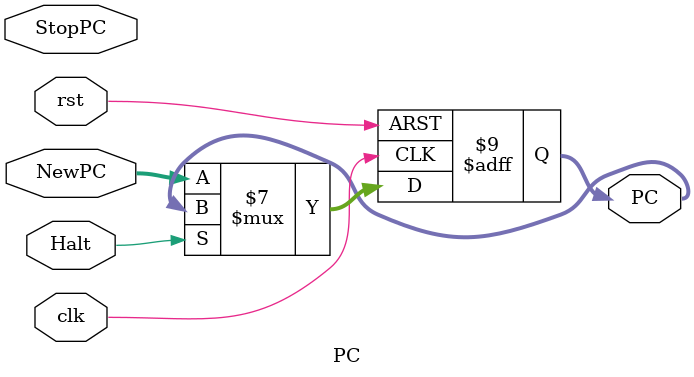
<source format=v>
module PC(input [15:0] NewPC,
		  input clk, rst, Halt, StopPC,
		  output reg [15:0] PC);
reg [15:0] PreviousPC;
always @(posedge clk, negedge rst)
begin
	if(!rst)
	begin
		PC = 0;
		PreviousPC = 0;
	end
	else
	begin
	//May not be functional yet.
	//May need more logic is needed to deal with these control signals
		if(Halt)
		begin
		
		end
		else
		begin
			//Output expected with no hazards in execution.
			PreviousPC <= NewPC;
			PC <= NewPC;
		end
	end
end
endmodule

</source>
